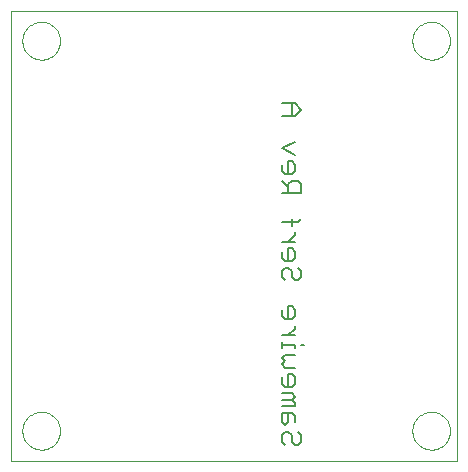
<source format=gbo>
G75*
%MOIN*%
%OFA0B0*%
%FSLAX24Y24*%
%IPPOS*%
%LPD*%
%AMOC8*
5,1,8,0,0,1.08239X$1,22.5*
%
%ADD10C,0.0000*%
%ADD11C,0.0060*%
D10*
X000180Y000180D02*
X000180Y015176D01*
X015050Y015176D01*
X015050Y000180D01*
X000180Y000180D01*
X000550Y001180D02*
X000552Y001230D01*
X000558Y001280D01*
X000568Y001329D01*
X000582Y001377D01*
X000599Y001424D01*
X000620Y001469D01*
X000645Y001513D01*
X000673Y001554D01*
X000705Y001593D01*
X000739Y001630D01*
X000776Y001664D01*
X000816Y001694D01*
X000858Y001721D01*
X000902Y001745D01*
X000948Y001766D01*
X000995Y001782D01*
X001043Y001795D01*
X001093Y001804D01*
X001142Y001809D01*
X001193Y001810D01*
X001243Y001807D01*
X001292Y001800D01*
X001341Y001789D01*
X001389Y001774D01*
X001435Y001756D01*
X001480Y001734D01*
X001523Y001708D01*
X001564Y001679D01*
X001603Y001647D01*
X001639Y001612D01*
X001671Y001574D01*
X001701Y001534D01*
X001728Y001491D01*
X001751Y001447D01*
X001770Y001401D01*
X001786Y001353D01*
X001798Y001304D01*
X001806Y001255D01*
X001810Y001205D01*
X001810Y001155D01*
X001806Y001105D01*
X001798Y001056D01*
X001786Y001007D01*
X001770Y000959D01*
X001751Y000913D01*
X001728Y000869D01*
X001701Y000826D01*
X001671Y000786D01*
X001639Y000748D01*
X001603Y000713D01*
X001564Y000681D01*
X001523Y000652D01*
X001480Y000626D01*
X001435Y000604D01*
X001389Y000586D01*
X001341Y000571D01*
X001292Y000560D01*
X001243Y000553D01*
X001193Y000550D01*
X001142Y000551D01*
X001093Y000556D01*
X001043Y000565D01*
X000995Y000578D01*
X000948Y000594D01*
X000902Y000615D01*
X000858Y000639D01*
X000816Y000666D01*
X000776Y000696D01*
X000739Y000730D01*
X000705Y000767D01*
X000673Y000806D01*
X000645Y000847D01*
X000620Y000891D01*
X000599Y000936D01*
X000582Y000983D01*
X000568Y001031D01*
X000558Y001080D01*
X000552Y001130D01*
X000550Y001180D01*
X000550Y014180D02*
X000552Y014230D01*
X000558Y014280D01*
X000568Y014329D01*
X000582Y014377D01*
X000599Y014424D01*
X000620Y014469D01*
X000645Y014513D01*
X000673Y014554D01*
X000705Y014593D01*
X000739Y014630D01*
X000776Y014664D01*
X000816Y014694D01*
X000858Y014721D01*
X000902Y014745D01*
X000948Y014766D01*
X000995Y014782D01*
X001043Y014795D01*
X001093Y014804D01*
X001142Y014809D01*
X001193Y014810D01*
X001243Y014807D01*
X001292Y014800D01*
X001341Y014789D01*
X001389Y014774D01*
X001435Y014756D01*
X001480Y014734D01*
X001523Y014708D01*
X001564Y014679D01*
X001603Y014647D01*
X001639Y014612D01*
X001671Y014574D01*
X001701Y014534D01*
X001728Y014491D01*
X001751Y014447D01*
X001770Y014401D01*
X001786Y014353D01*
X001798Y014304D01*
X001806Y014255D01*
X001810Y014205D01*
X001810Y014155D01*
X001806Y014105D01*
X001798Y014056D01*
X001786Y014007D01*
X001770Y013959D01*
X001751Y013913D01*
X001728Y013869D01*
X001701Y013826D01*
X001671Y013786D01*
X001639Y013748D01*
X001603Y013713D01*
X001564Y013681D01*
X001523Y013652D01*
X001480Y013626D01*
X001435Y013604D01*
X001389Y013586D01*
X001341Y013571D01*
X001292Y013560D01*
X001243Y013553D01*
X001193Y013550D01*
X001142Y013551D01*
X001093Y013556D01*
X001043Y013565D01*
X000995Y013578D01*
X000948Y013594D01*
X000902Y013615D01*
X000858Y013639D01*
X000816Y013666D01*
X000776Y013696D01*
X000739Y013730D01*
X000705Y013767D01*
X000673Y013806D01*
X000645Y013847D01*
X000620Y013891D01*
X000599Y013936D01*
X000582Y013983D01*
X000568Y014031D01*
X000558Y014080D01*
X000552Y014130D01*
X000550Y014180D01*
X013550Y014180D02*
X013552Y014230D01*
X013558Y014280D01*
X013568Y014329D01*
X013582Y014377D01*
X013599Y014424D01*
X013620Y014469D01*
X013645Y014513D01*
X013673Y014554D01*
X013705Y014593D01*
X013739Y014630D01*
X013776Y014664D01*
X013816Y014694D01*
X013858Y014721D01*
X013902Y014745D01*
X013948Y014766D01*
X013995Y014782D01*
X014043Y014795D01*
X014093Y014804D01*
X014142Y014809D01*
X014193Y014810D01*
X014243Y014807D01*
X014292Y014800D01*
X014341Y014789D01*
X014389Y014774D01*
X014435Y014756D01*
X014480Y014734D01*
X014523Y014708D01*
X014564Y014679D01*
X014603Y014647D01*
X014639Y014612D01*
X014671Y014574D01*
X014701Y014534D01*
X014728Y014491D01*
X014751Y014447D01*
X014770Y014401D01*
X014786Y014353D01*
X014798Y014304D01*
X014806Y014255D01*
X014810Y014205D01*
X014810Y014155D01*
X014806Y014105D01*
X014798Y014056D01*
X014786Y014007D01*
X014770Y013959D01*
X014751Y013913D01*
X014728Y013869D01*
X014701Y013826D01*
X014671Y013786D01*
X014639Y013748D01*
X014603Y013713D01*
X014564Y013681D01*
X014523Y013652D01*
X014480Y013626D01*
X014435Y013604D01*
X014389Y013586D01*
X014341Y013571D01*
X014292Y013560D01*
X014243Y013553D01*
X014193Y013550D01*
X014142Y013551D01*
X014093Y013556D01*
X014043Y013565D01*
X013995Y013578D01*
X013948Y013594D01*
X013902Y013615D01*
X013858Y013639D01*
X013816Y013666D01*
X013776Y013696D01*
X013739Y013730D01*
X013705Y013767D01*
X013673Y013806D01*
X013645Y013847D01*
X013620Y013891D01*
X013599Y013936D01*
X013582Y013983D01*
X013568Y014031D01*
X013558Y014080D01*
X013552Y014130D01*
X013550Y014180D01*
X013550Y001180D02*
X013552Y001230D01*
X013558Y001280D01*
X013568Y001329D01*
X013582Y001377D01*
X013599Y001424D01*
X013620Y001469D01*
X013645Y001513D01*
X013673Y001554D01*
X013705Y001593D01*
X013739Y001630D01*
X013776Y001664D01*
X013816Y001694D01*
X013858Y001721D01*
X013902Y001745D01*
X013948Y001766D01*
X013995Y001782D01*
X014043Y001795D01*
X014093Y001804D01*
X014142Y001809D01*
X014193Y001810D01*
X014243Y001807D01*
X014292Y001800D01*
X014341Y001789D01*
X014389Y001774D01*
X014435Y001756D01*
X014480Y001734D01*
X014523Y001708D01*
X014564Y001679D01*
X014603Y001647D01*
X014639Y001612D01*
X014671Y001574D01*
X014701Y001534D01*
X014728Y001491D01*
X014751Y001447D01*
X014770Y001401D01*
X014786Y001353D01*
X014798Y001304D01*
X014806Y001255D01*
X014810Y001205D01*
X014810Y001155D01*
X014806Y001105D01*
X014798Y001056D01*
X014786Y001007D01*
X014770Y000959D01*
X014751Y000913D01*
X014728Y000869D01*
X014701Y000826D01*
X014671Y000786D01*
X014639Y000748D01*
X014603Y000713D01*
X014564Y000681D01*
X014523Y000652D01*
X014480Y000626D01*
X014435Y000604D01*
X014389Y000586D01*
X014341Y000571D01*
X014292Y000560D01*
X014243Y000553D01*
X014193Y000550D01*
X014142Y000551D01*
X014093Y000556D01*
X014043Y000565D01*
X013995Y000578D01*
X013948Y000594D01*
X013902Y000615D01*
X013858Y000639D01*
X013816Y000666D01*
X013776Y000696D01*
X013739Y000730D01*
X013705Y000767D01*
X013673Y000806D01*
X013645Y000847D01*
X013620Y000891D01*
X013599Y000936D01*
X013582Y000983D01*
X013568Y001031D01*
X013558Y001080D01*
X013552Y001130D01*
X013550Y001180D01*
D11*
X009957Y004040D02*
X009851Y004040D01*
X009637Y004040D02*
X009637Y003933D01*
X009637Y004040D02*
X009210Y004040D01*
X009210Y004146D02*
X009210Y003933D01*
X009317Y003715D02*
X009637Y003715D01*
X009317Y003715D02*
X009210Y003608D01*
X009317Y003502D01*
X009210Y003395D01*
X009317Y003288D01*
X009637Y003288D01*
X009530Y003071D02*
X009424Y003071D01*
X009424Y002644D01*
X009530Y002644D02*
X009637Y002750D01*
X009637Y002964D01*
X009530Y003071D01*
X009210Y002964D02*
X009210Y002750D01*
X009317Y002644D01*
X009530Y002644D01*
X009530Y002426D02*
X009210Y002426D01*
X009210Y002213D02*
X009530Y002213D01*
X009637Y002319D01*
X009530Y002426D01*
X009530Y002213D02*
X009637Y002106D01*
X009637Y001999D01*
X009210Y001999D01*
X009210Y001782D02*
X009210Y001461D01*
X009317Y001355D01*
X009424Y001461D01*
X009424Y001782D01*
X009530Y001782D02*
X009210Y001782D01*
X009530Y001782D02*
X009637Y001675D01*
X009637Y001461D01*
X009744Y001137D02*
X009851Y001030D01*
X009851Y000817D01*
X009744Y000710D01*
X009637Y000710D01*
X009530Y000817D01*
X009530Y001030D01*
X009424Y001137D01*
X009317Y001137D01*
X009210Y001030D01*
X009210Y000817D01*
X009317Y000710D01*
X009424Y004362D02*
X009637Y004576D01*
X009637Y004683D01*
X009530Y004900D02*
X009637Y005006D01*
X009637Y005220D01*
X009530Y005327D01*
X009424Y005327D01*
X009424Y004900D01*
X009530Y004900D02*
X009317Y004900D01*
X009210Y005006D01*
X009210Y005220D01*
X009210Y004362D02*
X009637Y004362D01*
X009637Y006189D02*
X009530Y006295D01*
X009530Y006509D01*
X009424Y006616D01*
X009317Y006616D01*
X009210Y006509D01*
X009210Y006295D01*
X009317Y006189D01*
X009637Y006189D02*
X009744Y006189D01*
X009851Y006295D01*
X009851Y006509D01*
X009744Y006616D01*
X009530Y006833D02*
X009637Y006940D01*
X009637Y007153D01*
X009530Y007260D01*
X009424Y007260D01*
X009424Y006833D01*
X009530Y006833D02*
X009317Y006833D01*
X009210Y006940D01*
X009210Y007153D01*
X009210Y007478D02*
X009637Y007478D01*
X009424Y007478D02*
X009637Y007691D01*
X009637Y007798D01*
X009530Y008015D02*
X009530Y008228D01*
X009744Y008122D02*
X009210Y008122D01*
X009744Y008122D02*
X009851Y008228D01*
X009851Y009089D02*
X009210Y009089D01*
X009424Y009089D02*
X009424Y009409D01*
X009530Y009516D01*
X009744Y009516D01*
X009851Y009409D01*
X009851Y009089D01*
X009424Y009303D02*
X009210Y009516D01*
X009317Y009734D02*
X009530Y009734D01*
X009637Y009840D01*
X009637Y010054D01*
X009530Y010161D01*
X009424Y010161D01*
X009424Y009734D01*
X009317Y009734D02*
X009210Y009840D01*
X009210Y010054D01*
X009637Y010378D02*
X009210Y010592D01*
X009637Y010805D01*
X009637Y011667D02*
X009210Y011667D01*
X009530Y011667D02*
X009530Y012094D01*
X009637Y012094D02*
X009210Y012094D01*
X009637Y012094D02*
X009851Y011881D01*
X009637Y011667D01*
M02*

</source>
